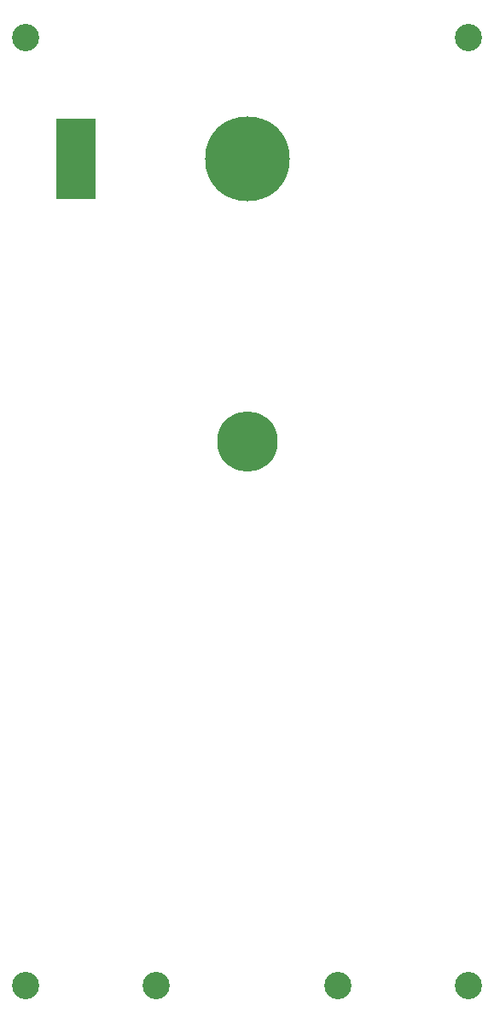
<source format=gbr>
%TF.GenerationSoftware,KiCad,Pcbnew,8.0.3*%
%TF.CreationDate,2024-06-30T10:59:25+01:00*%
%TF.ProjectId,Esp32EduModular-Acc-Panel+JST,45737033-3245-4647-954d-6f64756c6172,rev?*%
%TF.SameCoordinates,Original*%
%TF.FileFunction,Soldermask,Bot*%
%TF.FilePolarity,Negative*%
%FSLAX46Y46*%
G04 Gerber Fmt 4.6, Leading zero omitted, Abs format (unit mm)*
G04 Created by KiCad (PCBNEW 8.0.3) date 2024-06-30 10:59:25*
%MOMM*%
%LPD*%
G01*
G04 APERTURE LIST*
%ADD10R,4.000000X8.000000*%
%ADD11C,6.000000*%
%ADD12C,2.700000*%
%ADD13C,8.400000*%
G04 APERTURE END LIST*
D10*
%TO.C,REF\u002A\u002A*%
X58000000Y-65000000D03*
%TD*%
D11*
%TO.C,REF\u002A\u002A*%
X75000000Y-93000000D03*
%TD*%
D12*
%TO.C,MK4*%
X97000000Y-147000000D03*
%TD*%
%TO.C,MK2*%
X66000000Y-147000000D03*
%TD*%
%TO.C,MK3*%
X53000000Y-147000000D03*
%TD*%
D13*
%TO.C,REF\u002A\u002A*%
X75000000Y-65000000D03*
%TD*%
D12*
%TO.C,MK1*%
X84000000Y-147000000D03*
%TD*%
%TO.C,MK1*%
X53000000Y-53000000D03*
%TD*%
%TO.C,MK2*%
X97000000Y-53000000D03*
%TD*%
M02*

</source>
